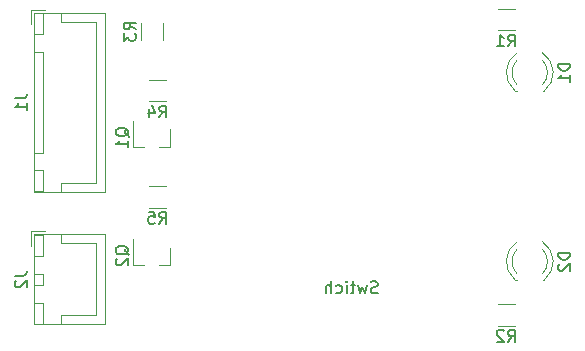
<source format=gbr>
%TF.GenerationSoftware,KiCad,Pcbnew,(6.0.4)*%
%TF.CreationDate,2022-04-25T12:40:36+02:00*%
%TF.ProjectId,switchpcb,73776974-6368-4706-9362-2e6b69636164,rev?*%
%TF.SameCoordinates,Original*%
%TF.FileFunction,Legend,Bot*%
%TF.FilePolarity,Positive*%
%FSLAX46Y46*%
G04 Gerber Fmt 4.6, Leading zero omitted, Abs format (unit mm)*
G04 Created by KiCad (PCBNEW (6.0.4)) date 2022-04-25 12:40:36*
%MOMM*%
%LPD*%
G01*
G04 APERTURE LIST*
%ADD10C,0.150000*%
%ADD11C,0.120000*%
G04 APERTURE END LIST*
D10*
%TO.C,D1*%
X72412380Y-105741904D02*
X71412380Y-105741904D01*
X71412380Y-105980000D01*
X71460000Y-106122857D01*
X71555238Y-106218095D01*
X71650476Y-106265714D01*
X71840952Y-106313333D01*
X71983809Y-106313333D01*
X72174285Y-106265714D01*
X72269523Y-106218095D01*
X72364761Y-106122857D01*
X72412380Y-105980000D01*
X72412380Y-105741904D01*
X72412380Y-107265714D02*
X72412380Y-106694285D01*
X72412380Y-106980000D02*
X71412380Y-106980000D01*
X71555238Y-106884761D01*
X71650476Y-106789523D01*
X71698095Y-106694285D01*
%TO.C,D2*%
X72412380Y-121741904D02*
X71412380Y-121741904D01*
X71412380Y-121980000D01*
X71460000Y-122122857D01*
X71555238Y-122218095D01*
X71650476Y-122265714D01*
X71840952Y-122313333D01*
X71983809Y-122313333D01*
X72174285Y-122265714D01*
X72269523Y-122218095D01*
X72364761Y-122122857D01*
X72412380Y-121980000D01*
X72412380Y-121741904D01*
X71507619Y-122694285D02*
X71460000Y-122741904D01*
X71412380Y-122837142D01*
X71412380Y-123075238D01*
X71460000Y-123170476D01*
X71507619Y-123218095D01*
X71602857Y-123265714D01*
X71698095Y-123265714D01*
X71840952Y-123218095D01*
X72412380Y-122646666D01*
X72412380Y-123265714D01*
%TO.C,J2*%
X25402380Y-123666666D02*
X26116666Y-123666666D01*
X26259523Y-123619047D01*
X26354761Y-123523809D01*
X26402380Y-123380952D01*
X26402380Y-123285714D01*
X25497619Y-124095238D02*
X25450000Y-124142857D01*
X25402380Y-124238095D01*
X25402380Y-124476190D01*
X25450000Y-124571428D01*
X25497619Y-124619047D01*
X25592857Y-124666666D01*
X25688095Y-124666666D01*
X25830952Y-124619047D01*
X26402380Y-124047619D01*
X26402380Y-124666666D01*
%TO.C,Q1*%
X35047619Y-111904761D02*
X35000000Y-111809523D01*
X34904761Y-111714285D01*
X34761904Y-111571428D01*
X34714285Y-111476190D01*
X34714285Y-111380952D01*
X34952380Y-111428571D02*
X34904761Y-111333333D01*
X34809523Y-111238095D01*
X34619047Y-111190476D01*
X34285714Y-111190476D01*
X34095238Y-111238095D01*
X34000000Y-111333333D01*
X33952380Y-111428571D01*
X33952380Y-111619047D01*
X34000000Y-111714285D01*
X34095238Y-111809523D01*
X34285714Y-111857142D01*
X34619047Y-111857142D01*
X34809523Y-111809523D01*
X34904761Y-111714285D01*
X34952380Y-111619047D01*
X34952380Y-111428571D01*
X34952380Y-112809523D02*
X34952380Y-112238095D01*
X34952380Y-112523809D02*
X33952380Y-112523809D01*
X34095238Y-112428571D01*
X34190476Y-112333333D01*
X34238095Y-112238095D01*
%TO.C,Q2*%
X35047619Y-121904761D02*
X35000000Y-121809523D01*
X34904761Y-121714285D01*
X34761904Y-121571428D01*
X34714285Y-121476190D01*
X34714285Y-121380952D01*
X34952380Y-121428571D02*
X34904761Y-121333333D01*
X34809523Y-121238095D01*
X34619047Y-121190476D01*
X34285714Y-121190476D01*
X34095238Y-121238095D01*
X34000000Y-121333333D01*
X33952380Y-121428571D01*
X33952380Y-121619047D01*
X34000000Y-121714285D01*
X34095238Y-121809523D01*
X34285714Y-121857142D01*
X34619047Y-121857142D01*
X34809523Y-121809523D01*
X34904761Y-121714285D01*
X34952380Y-121619047D01*
X34952380Y-121428571D01*
X34047619Y-122238095D02*
X34000000Y-122285714D01*
X33952380Y-122380952D01*
X33952380Y-122619047D01*
X34000000Y-122714285D01*
X34047619Y-122761904D01*
X34142857Y-122809523D01*
X34238095Y-122809523D01*
X34380952Y-122761904D01*
X34952380Y-122190476D01*
X34952380Y-122809523D01*
%TO.C,R3*%
X35632380Y-102833333D02*
X35156190Y-102500000D01*
X35632380Y-102261904D02*
X34632380Y-102261904D01*
X34632380Y-102642857D01*
X34680000Y-102738095D01*
X34727619Y-102785714D01*
X34822857Y-102833333D01*
X34965714Y-102833333D01*
X35060952Y-102785714D01*
X35108571Y-102738095D01*
X35156190Y-102642857D01*
X35156190Y-102261904D01*
X34632380Y-103166666D02*
X34632380Y-103785714D01*
X35013333Y-103452380D01*
X35013333Y-103595238D01*
X35060952Y-103690476D01*
X35108571Y-103738095D01*
X35203809Y-103785714D01*
X35441904Y-103785714D01*
X35537142Y-103738095D01*
X35584761Y-103690476D01*
X35632380Y-103595238D01*
X35632380Y-103309523D01*
X35584761Y-103214285D01*
X35537142Y-103166666D01*
%TO.C,J1*%
X25402380Y-108666666D02*
X26116666Y-108666666D01*
X26259523Y-108619047D01*
X26354761Y-108523809D01*
X26402380Y-108380952D01*
X26402380Y-108285714D01*
X26402380Y-109666666D02*
X26402380Y-109095238D01*
X26402380Y-109380952D02*
X25402380Y-109380952D01*
X25545238Y-109285714D01*
X25640476Y-109190476D01*
X25688095Y-109095238D01*
%TO.C,R1*%
X67166666Y-104272380D02*
X67500000Y-103796190D01*
X67738095Y-104272380D02*
X67738095Y-103272380D01*
X67357142Y-103272380D01*
X67261904Y-103320000D01*
X67214285Y-103367619D01*
X67166666Y-103462857D01*
X67166666Y-103605714D01*
X67214285Y-103700952D01*
X67261904Y-103748571D01*
X67357142Y-103796190D01*
X67738095Y-103796190D01*
X66214285Y-104272380D02*
X66785714Y-104272380D01*
X66500000Y-104272380D02*
X66500000Y-103272380D01*
X66595238Y-103415238D01*
X66690476Y-103510476D01*
X66785714Y-103558095D01*
%TO.C,R4*%
X37641667Y-110272380D02*
X37975001Y-109796190D01*
X38213096Y-110272380D02*
X38213096Y-109272380D01*
X37832143Y-109272380D01*
X37736905Y-109320000D01*
X37689286Y-109367619D01*
X37641667Y-109462857D01*
X37641667Y-109605714D01*
X37689286Y-109700952D01*
X37736905Y-109748571D01*
X37832143Y-109796190D01*
X38213096Y-109796190D01*
X36784524Y-109605714D02*
X36784524Y-110272380D01*
X37022620Y-109224761D02*
X37260715Y-109939047D01*
X36641667Y-109939047D01*
%TO.C,R5*%
X37641667Y-119272380D02*
X37975001Y-118796190D01*
X38213096Y-119272380D02*
X38213096Y-118272380D01*
X37832143Y-118272380D01*
X37736905Y-118320000D01*
X37689286Y-118367619D01*
X37641667Y-118462857D01*
X37641667Y-118605714D01*
X37689286Y-118700952D01*
X37736905Y-118748571D01*
X37832143Y-118796190D01*
X38213096Y-118796190D01*
X36736905Y-118272380D02*
X37213096Y-118272380D01*
X37260715Y-118748571D01*
X37213096Y-118700952D01*
X37117858Y-118653333D01*
X36879762Y-118653333D01*
X36784524Y-118700952D01*
X36736905Y-118748571D01*
X36689286Y-118843809D01*
X36689286Y-119081904D01*
X36736905Y-119177142D01*
X36784524Y-119224761D01*
X36879762Y-119272380D01*
X37117858Y-119272380D01*
X37213096Y-119224761D01*
X37260715Y-119177142D01*
%TO.C,R2*%
X67166666Y-129272380D02*
X67500000Y-128796190D01*
X67738095Y-129272380D02*
X67738095Y-128272380D01*
X67357142Y-128272380D01*
X67261904Y-128320000D01*
X67214285Y-128367619D01*
X67166666Y-128462857D01*
X67166666Y-128605714D01*
X67214285Y-128700952D01*
X67261904Y-128748571D01*
X67357142Y-128796190D01*
X67738095Y-128796190D01*
X66785714Y-128367619D02*
X66738095Y-128320000D01*
X66642857Y-128272380D01*
X66404761Y-128272380D01*
X66309523Y-128320000D01*
X66261904Y-128367619D01*
X66214285Y-128462857D01*
X66214285Y-128558095D01*
X66261904Y-128700952D01*
X66833333Y-129272380D01*
X66214285Y-129272380D01*
%TO.C,Swtich*%
X56114285Y-125104761D02*
X55971428Y-125152380D01*
X55733333Y-125152380D01*
X55638095Y-125104761D01*
X55590476Y-125057142D01*
X55542857Y-124961904D01*
X55542857Y-124866666D01*
X55590476Y-124771428D01*
X55638095Y-124723809D01*
X55733333Y-124676190D01*
X55923809Y-124628571D01*
X56019047Y-124580952D01*
X56066666Y-124533333D01*
X56114285Y-124438095D01*
X56114285Y-124342857D01*
X56066666Y-124247619D01*
X56019047Y-124200000D01*
X55923809Y-124152380D01*
X55685714Y-124152380D01*
X55542857Y-124200000D01*
X55209523Y-124485714D02*
X55019047Y-125152380D01*
X54828571Y-124676190D01*
X54638095Y-125152380D01*
X54447619Y-124485714D01*
X54209523Y-124485714D02*
X53828571Y-124485714D01*
X54066666Y-124152380D02*
X54066666Y-125009523D01*
X54019047Y-125104761D01*
X53923809Y-125152380D01*
X53828571Y-125152380D01*
X53495238Y-125152380D02*
X53495238Y-124485714D01*
X53495238Y-124152380D02*
X53542857Y-124200000D01*
X53495238Y-124247619D01*
X53447619Y-124200000D01*
X53495238Y-124152380D01*
X53495238Y-124247619D01*
X52590476Y-125104761D02*
X52685714Y-125152380D01*
X52876190Y-125152380D01*
X52971428Y-125104761D01*
X53019047Y-125057142D01*
X53066666Y-124961904D01*
X53066666Y-124676190D01*
X53019047Y-124580952D01*
X52971428Y-124533333D01*
X52876190Y-124485714D01*
X52685714Y-124485714D01*
X52590476Y-124533333D01*
X52161904Y-125152380D02*
X52161904Y-124152380D01*
X51733333Y-125152380D02*
X51733333Y-124628571D01*
X51780952Y-124533333D01*
X51876190Y-124485714D01*
X52019047Y-124485714D01*
X52114285Y-124533333D01*
X52161904Y-124580952D01*
D11*
%TO.C,D1*%
X70236000Y-108040000D02*
X70080000Y-108040000D01*
X67920000Y-108040000D02*
X67764000Y-108040000D01*
X67921392Y-104807665D02*
G75*
G03*
X67764484Y-108040000I1078608J-1672335D01*
G01*
X67920163Y-105438870D02*
G75*
G03*
X67920000Y-107520961I1079837J-1041130D01*
G01*
X70080000Y-107520961D02*
G75*
G03*
X70079837Y-105438870I-1080000J1040961D01*
G01*
X70235516Y-108040000D02*
G75*
G03*
X70078608Y-104807665I-1235516J1560000D01*
G01*
%TO.C,D2*%
X70236000Y-124040000D02*
X70080000Y-124040000D01*
X67920000Y-124040000D02*
X67764000Y-124040000D01*
X70235516Y-124040000D02*
G75*
G03*
X70078608Y-120807665I-1235516J1560000D01*
G01*
X67920163Y-121438870D02*
G75*
G03*
X67920000Y-123520961I1079837J-1041130D01*
G01*
X67921392Y-120807665D02*
G75*
G03*
X67764484Y-124040000I1078608J-1672335D01*
G01*
X70080000Y-123520961D02*
G75*
G03*
X70079837Y-121438870I-1080000J1040961D01*
G01*
%TO.C,J2*%
X32250000Y-120950000D02*
X32250000Y-124000000D01*
X33010000Y-127810000D02*
X27040000Y-127810000D01*
X32250000Y-127050000D02*
X32250000Y-124000000D01*
X27800000Y-124500000D02*
X27050000Y-124500000D01*
X27040000Y-127810000D02*
X27040000Y-120190000D01*
X27050000Y-123500000D02*
X27800000Y-123500000D01*
X27050000Y-120200000D02*
X27800000Y-120200000D01*
X27050000Y-127800000D02*
X27050000Y-126000000D01*
X33010000Y-120190000D02*
X33010000Y-127810000D01*
X27800000Y-126000000D02*
X27800000Y-127800000D01*
X29300000Y-120950000D02*
X32250000Y-120950000D01*
X26750000Y-119900000D02*
X28000000Y-119900000D01*
X27040000Y-120190000D02*
X33010000Y-120190000D01*
X27800000Y-123500000D02*
X27800000Y-124500000D01*
X27050000Y-124500000D02*
X27050000Y-123500000D01*
X27050000Y-122000000D02*
X27050000Y-120200000D01*
X27050000Y-126000000D02*
X27800000Y-126000000D01*
X29300000Y-120200000D02*
X29300000Y-120950000D01*
X26750000Y-121150000D02*
X26750000Y-119900000D01*
X27800000Y-127800000D02*
X27050000Y-127800000D01*
X27800000Y-122000000D02*
X27050000Y-122000000D01*
X29300000Y-127800000D02*
X29300000Y-127050000D01*
X29300000Y-127050000D02*
X32250000Y-127050000D01*
X27800000Y-120200000D02*
X27800000Y-122000000D01*
%TO.C,Q1*%
X35420000Y-112760000D02*
X36350000Y-112760000D01*
X38580000Y-112760000D02*
X37650000Y-112760000D01*
X35420000Y-112760000D02*
X35420000Y-110600000D01*
X38580000Y-112760000D02*
X38580000Y-111300000D01*
%TO.C,Q2*%
X38580000Y-122760000D02*
X37650000Y-122760000D01*
X38580000Y-122760000D02*
X38580000Y-121300000D01*
X35420000Y-122760000D02*
X36350000Y-122760000D01*
X35420000Y-122760000D02*
X35420000Y-120600000D01*
%TO.C,R3*%
X36090000Y-102272936D02*
X36090000Y-103727064D01*
X37910000Y-102272936D02*
X37910000Y-103727064D01*
%TO.C,J1*%
X32250000Y-102200000D02*
X32250000Y-109000000D01*
X32250000Y-115800000D02*
X32250000Y-109000000D01*
X29300000Y-115800000D02*
X32250000Y-115800000D01*
X27800000Y-101450000D02*
X27800000Y-103250000D01*
X27800000Y-104750000D02*
X27800000Y-113250000D01*
X26750000Y-101150000D02*
X28000000Y-101150000D01*
X27800000Y-103250000D02*
X27050000Y-103250000D01*
X27050000Y-114750000D02*
X27800000Y-114750000D01*
X27050000Y-104750000D02*
X27800000Y-104750000D01*
X33010000Y-116560000D02*
X27040000Y-116560000D01*
X27800000Y-116550000D02*
X27050000Y-116550000D01*
X26750000Y-102400000D02*
X26750000Y-101150000D01*
X29300000Y-102200000D02*
X32250000Y-102200000D01*
X29300000Y-101450000D02*
X29300000Y-102200000D01*
X27800000Y-114750000D02*
X27800000Y-116550000D01*
X27040000Y-116560000D02*
X27040000Y-101440000D01*
X27050000Y-113250000D02*
X27050000Y-104750000D01*
X29300000Y-116550000D02*
X29300000Y-115800000D01*
X27050000Y-116550000D02*
X27050000Y-114750000D01*
X27050000Y-101450000D02*
X27800000Y-101450000D01*
X27040000Y-101440000D02*
X33010000Y-101440000D01*
X27050000Y-103250000D02*
X27050000Y-101450000D01*
X27800000Y-113250000D02*
X27050000Y-113250000D01*
X33010000Y-101440000D02*
X33010000Y-116560000D01*
%TO.C,R1*%
X66272936Y-102910000D02*
X67727064Y-102910000D01*
X66272936Y-101090000D02*
X67727064Y-101090000D01*
%TO.C,R4*%
X36747937Y-107090000D02*
X38202065Y-107090000D01*
X36747937Y-108910000D02*
X38202065Y-108910000D01*
%TO.C,R5*%
X36747937Y-116090000D02*
X38202065Y-116090000D01*
X36747937Y-117910000D02*
X38202065Y-117910000D01*
%TO.C,R2*%
X66272936Y-127910000D02*
X67727064Y-127910000D01*
X66272936Y-126090000D02*
X67727064Y-126090000D01*
%TD*%
M02*

</source>
